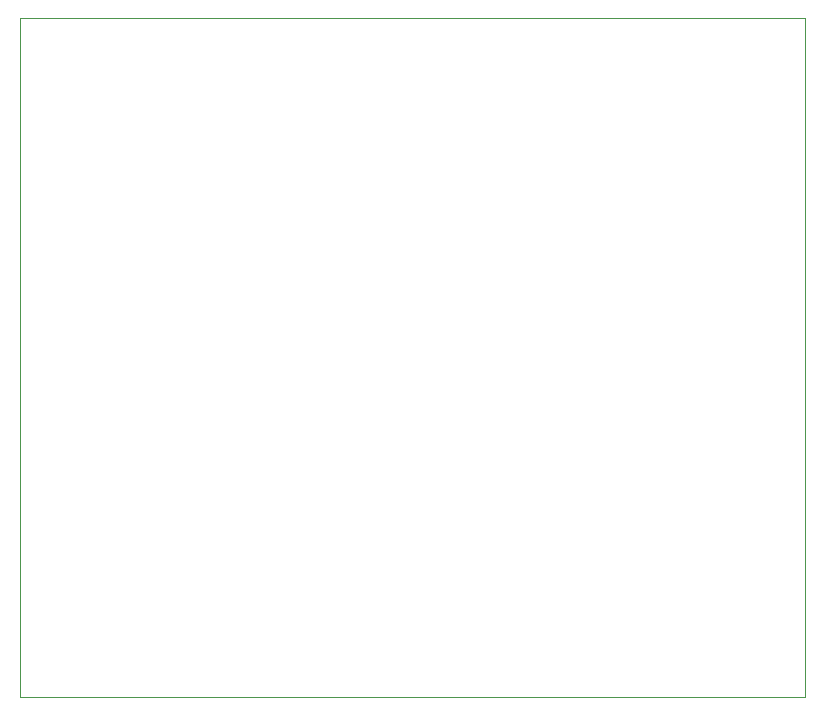
<source format=gbr>
%TF.GenerationSoftware,KiCad,Pcbnew,8.0.5*%
%TF.CreationDate,2024-11-08T11:27:06-05:00*%
%TF.ProjectId,psocpcb,70736f63-7063-4622-9e6b-696361645f70,rev?*%
%TF.SameCoordinates,Original*%
%TF.FileFunction,Profile,NP*%
%FSLAX46Y46*%
G04 Gerber Fmt 4.6, Leading zero omitted, Abs format (unit mm)*
G04 Created by KiCad (PCBNEW 8.0.5) date 2024-11-08 11:27:06*
%MOMM*%
%LPD*%
G01*
G04 APERTURE LIST*
%TA.AperFunction,Profile*%
%ADD10C,0.050000*%
%TD*%
G04 APERTURE END LIST*
D10*
X103250000Y-32000000D02*
X169750000Y-32000000D01*
X169750000Y-89500000D01*
X103250000Y-89500000D01*
X103250000Y-32000000D01*
M02*

</source>
